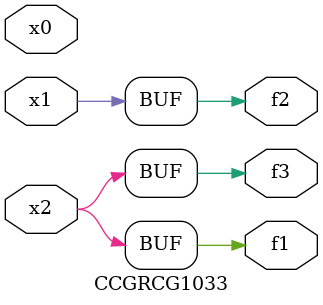
<source format=v>
module CCGRCG1033(
	input x0, x1, x2,
	output f1, f2, f3
);
	assign f1 = x2;
	assign f2 = x1;
	assign f3 = x2;
endmodule

</source>
